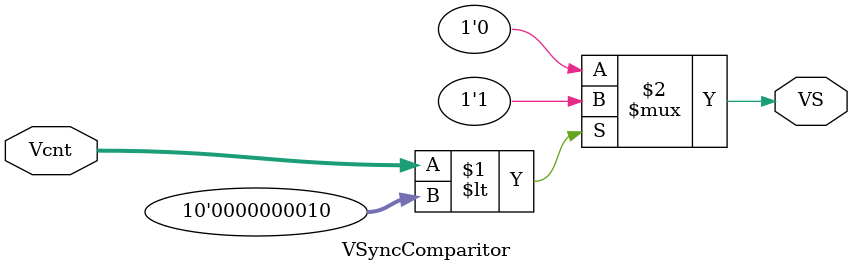
<source format=v>
`timescale 1ns / 1ps
module VSyncComparitor(
   input [9:0] Vcnt,
        output VS
    );
    
    assign VS = (Vcnt < 10'd2) ? 1'b1 : 1'b0;


endmodule

</source>
